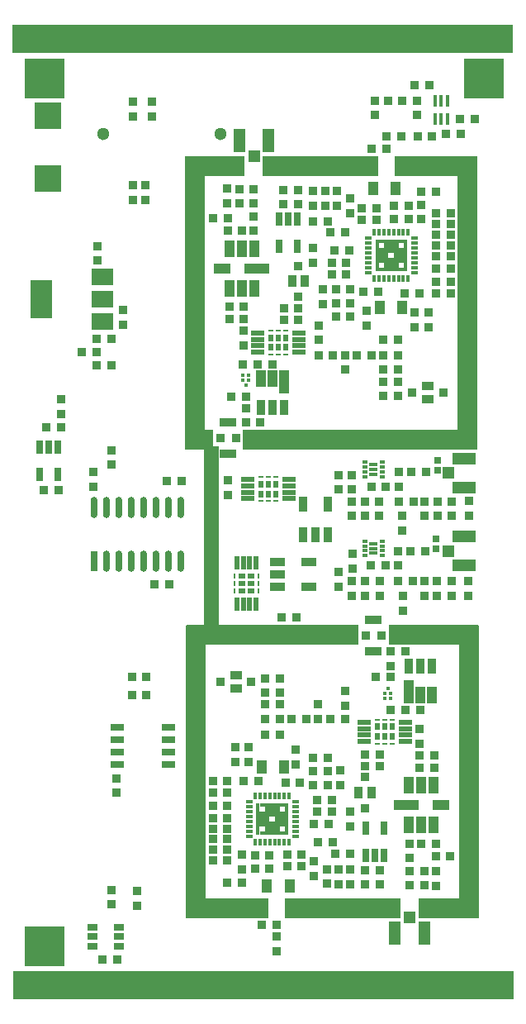
<source format=gts>
%FSLAX43Y43*%
%MOMM*%
G71*
G01*
G75*
G04 Layer_Color=8388736*
%ADD10R,1.000X0.700*%
%ADD11R,0.700X0.800*%
%ADD12R,0.700X1.000*%
%ADD13R,0.800X0.700*%
%ADD14R,0.700X0.800*%
%ADD15R,1.600X0.800*%
%ADD16R,0.800X0.800*%
%ADD17R,0.800X0.800*%
%ADD18R,0.450X0.250*%
%ADD19R,0.800X2.000*%
%ADD20R,1.500X0.760*%
%ADD21R,0.400X1.200*%
%ADD22R,2.600X1.900*%
%ADD23R,0.760X1.500*%
%ADD24R,1.200X0.400*%
%ADD25R,1.900X2.600*%
%ADD26R,0.600X2.000*%
%ADD27O,0.600X2.000*%
%ADD28R,2.600X2.600*%
%ADD29R,2.000X1.500*%
%ADD30R,2.000X1.500*%
%ADD31R,2.000X3.800*%
%ADD32R,0.600X1.270*%
%ADD33R,0.350X0.900*%
%ADD34R,1.000X0.700*%
%ADD35R,1.000X0.700*%
%ADD36R,1.100X2.200*%
%ADD37R,1.000X1.050*%
%ADD38R,2.200X1.100*%
%ADD39R,1.050X1.000*%
%ADD40R,0.840X1.600*%
%ADD41R,2.400X0.840*%
%ADD42R,1.600X0.840*%
%ADD43R,0.800X1.500*%
%ADD44R,0.800X2.250*%
%ADD45R,0.350X0.280*%
G04:AMPARAMS|DCode=46|XSize=0.3mm|YSize=0.65mm|CornerRadius=0.075mm|HoleSize=0mm|Usage=FLASHONLY|Rotation=0.000|XOffset=0mm|YOffset=0mm|HoleType=Round|Shape=RoundedRectangle|*
%AMROUNDEDRECTD46*
21,1,0.300,0.500,0,0,0.0*
21,1,0.150,0.650,0,0,0.0*
1,1,0.150,0.075,-0.250*
1,1,0.150,-0.075,-0.250*
1,1,0.150,-0.075,0.250*
1,1,0.150,0.075,0.250*
%
%ADD46ROUNDEDRECTD46*%
G04:AMPARAMS|DCode=47|XSize=0.3mm|YSize=0.65mm|CornerRadius=0.075mm|HoleSize=0mm|Usage=FLASHONLY|Rotation=270.000|XOffset=0mm|YOffset=0mm|HoleType=Round|Shape=RoundedRectangle|*
%AMROUNDEDRECTD47*
21,1,0.300,0.500,0,0,270.0*
21,1,0.150,0.650,0,0,270.0*
1,1,0.150,-0.250,-0.075*
1,1,0.150,-0.250,0.075*
1,1,0.150,0.250,0.075*
1,1,0.150,0.250,-0.075*
%
%ADD47ROUNDEDRECTD47*%
%ADD48R,3.300X3.300*%
%ADD49R,0.500X0.500*%
%ADD50R,1.270X0.640*%
%ADD51R,0.900X1.300*%
%ADD52C,0.750*%
%ADD53C,0.500*%
%ADD54C,0.250*%
%ADD55C,0.350*%
%ADD56C,0.965*%
%ADD57C,0.900*%
%ADD58C,0.700*%
%ADD59C,0.200*%
%ADD60C,0.300*%
%ADD61R,11.925X2.000*%
%ADD62R,6.200X2.000*%
%ADD63R,9.650X1.875*%
%ADD64R,2.000X30.000*%
%ADD65R,8.425X2.000*%
%ADD66R,18.025X2.000*%
%ADD67R,3.400X2.000*%
%ADD68R,24.500X1.950*%
%ADD69C,1.000*%
%ADD70R,4.000X4.000*%
%ADD71R,4.000X4.000*%
%ADD72C,0.500*%
%ADD73C,0.900*%
%ADD74C,0.700*%
%ADD75C,1.016*%
%ADD76C,1.900*%
G04:AMPARAMS|DCode=77|XSize=4.3mm|YSize=4.3mm|CornerRadius=0mm|HoleSize=0mm|Usage=FLASHONLY|Rotation=0.000|XOffset=0mm|YOffset=0mm|HoleType=Round|Shape=Relief|Width=0.5mm|Gap=0.25mm|Entries=4|*
%AMTHD77*
7,0,0,4.300,3.800,0.500,45*
%
%ADD77THD77*%
G04:AMPARAMS|DCode=78|XSize=1.754mm|YSize=1.754mm|CornerRadius=0mm|HoleSize=0mm|Usage=FLASHONLY|Rotation=0.000|XOffset=0mm|YOffset=0mm|HoleType=Round|Shape=Relief|Width=0.5mm|Gap=0.25mm|Entries=4|*
%AMTHD78*
7,0,0,1.754,1.254,0.500,45*
%
%ADD78THD78*%
%ADD79C,1.100*%
%ADD80C,0.345*%
%ADD81R,1.000X2.540*%
%ADD82C,0.600*%
%ADD83C,0.203*%
%ADD84C,0.100*%
%ADD85C,0.254*%
%ADD86C,0.152*%
%ADD87C,0.150*%
%ADD88R,0.560X0.210*%
%ADD89R,0.150X0.400*%
%ADD90R,0.150X0.500*%
%ADD91R,0.700X0.500*%
%ADD92R,0.700X0.400*%
%ADD93R,0.400X0.150*%
%ADD94R,0.500X0.150*%
%ADD95R,0.500X0.700*%
%ADD96R,0.400X0.700*%
%ADD97R,0.500X0.150*%
%ADD98R,0.350X1.300*%
%ADD99R,0.300X2.575*%
%ADD100R,0.325X1.400*%
%ADD101R,0.275X0.325*%
%ADD102R,2.575X0.300*%
%ADD103R,1.400X0.325*%
%ADD104R,0.250X0.325*%
%ADD105R,0.350X1.300*%
%ADD106R,0.410X0.210*%
%ADD107R,0.900X0.300*%
%ADD108R,1.494X18.900*%
%ADD109R,51.325X2.938*%
%ADD110R,51.345X2.950*%
%ADD111R,0.250X0.500*%
%ADD112R,0.800X0.500*%
%ADD113R,0.800X0.600*%
%ADD114R,0.250X0.600*%
%ADD115R,0.500X0.250*%
%ADD116R,0.500X0.800*%
%ADD117R,0.500X0.800*%
%ADD118R,0.600X0.800*%
%ADD119R,0.600X0.250*%
%ADD120R,2.200X4.000*%
%ADD121R,2.200X1.700*%
%ADD122R,2.200X1.700*%
%ADD123R,0.450X1.200*%
%ADD124R,0.450X1.200*%
%ADD125R,1.075X1.500*%
%ADD126R,0.400X3.300*%
%ADD127R,2.500X0.400*%
%ADD128R,1.500X1.075*%
%ADD129R,2.000X30.000*%
%ADD130R,24.075X2.000*%
%ADD131R,2.975X2.000*%
%ADD132R,9.200X2.000*%
%ADD133R,17.700X2.000*%
%ADD134R,1.150X0.850*%
%ADD135R,0.850X0.950*%
%ADD136R,0.850X1.150*%
%ADD137R,0.950X0.850*%
%ADD138R,0.850X0.950*%
%ADD139R,1.750X0.950*%
%ADD140R,0.950X0.950*%
%ADD141R,0.950X0.950*%
%ADD142R,0.600X0.400*%
%ADD143R,1.650X0.910*%
%ADD144R,0.550X1.350*%
%ADD145R,0.910X1.650*%
%ADD146R,1.350X0.550*%
%ADD147R,0.750X2.150*%
%ADD148O,0.750X2.150*%
%ADD149R,2.750X2.750*%
%ADD150R,2.150X1.650*%
%ADD151R,2.150X1.650*%
%ADD152R,2.150X3.950*%
%ADD153R,0.750X1.420*%
%ADD154R,1.100X0.800*%
%ADD155R,1.100X0.800*%
%ADD156R,1.250X2.350*%
%ADD157R,1.150X1.200*%
%ADD158R,2.350X1.250*%
%ADD159R,1.200X1.150*%
%ADD160R,0.990X1.750*%
%ADD161R,2.600X1.040*%
%ADD162R,1.040X1.800*%
%ADD163R,1.800X1.040*%
%ADD164R,1.000X1.700*%
%ADD165R,1.000X2.450*%
%ADD166R,0.950X1.650*%
%ADD167R,0.450X0.380*%
G04:AMPARAMS|DCode=168|XSize=0.4mm|YSize=0.75mm|CornerRadius=0.125mm|HoleSize=0mm|Usage=FLASHONLY|Rotation=0.000|XOffset=0mm|YOffset=0mm|HoleType=Round|Shape=RoundedRectangle|*
%AMROUNDEDRECTD168*
21,1,0.400,0.500,0,0,0.0*
21,1,0.150,0.750,0,0,0.0*
1,1,0.250,0.075,-0.250*
1,1,0.250,-0.075,-0.250*
1,1,0.250,-0.075,0.250*
1,1,0.250,0.075,0.250*
%
%ADD168ROUNDEDRECTD168*%
G04:AMPARAMS|DCode=169|XSize=0.4mm|YSize=0.75mm|CornerRadius=0.125mm|HoleSize=0mm|Usage=FLASHONLY|Rotation=270.000|XOffset=0mm|YOffset=0mm|HoleType=Round|Shape=RoundedRectangle|*
%AMROUNDEDRECTD169*
21,1,0.400,0.500,0,0,270.0*
21,1,0.150,0.750,0,0,270.0*
1,1,0.250,-0.250,-0.075*
1,1,0.250,-0.250,0.075*
1,1,0.250,0.250,0.075*
1,1,0.250,0.250,-0.075*
%
%ADD169ROUNDEDRECTD169*%
%ADD170R,0.650X0.650*%
%ADD171R,1.420X0.790*%
%ADD172R,1.050X1.450*%
%ADD173C,1.300*%
%ADD174R,4.150X4.150*%
%ADD175R,4.150X4.150*%
G54D61*
X185262Y161950D02*
D03*
X187538Y85900D02*
D03*
G54D62*
X174450Y161950D02*
D03*
X198350Y85900D02*
D03*
G54D64*
X172350Y147950D02*
D03*
X200450Y99900D02*
D03*
G54D65*
X197137Y161950D02*
D03*
X175662Y85900D02*
D03*
G54D107*
X190700Y122775D02*
D03*
Y122275D02*
D03*
Y123275D02*
D03*
Y130850D02*
D03*
Y130350D02*
D03*
Y131350D02*
D03*
G54D108*
X174053Y123875D02*
D03*
G54D109*
X179362Y78019D02*
D03*
G54D110*
X179352Y174975D02*
D03*
G54D111*
X176450Y119950D02*
D03*
X178900D02*
D03*
X176450Y118450D02*
D03*
X178900D02*
D03*
G54D112*
X177175Y119950D02*
D03*
X178175D02*
D03*
X177175Y118450D02*
D03*
X178175D02*
D03*
G54D113*
X177175Y119201D02*
D03*
X178175Y119199D02*
D03*
G54D114*
X176450D02*
D03*
X178900Y119201D02*
D03*
G54D115*
X180675Y130075D02*
D03*
Y127625D02*
D03*
X179175Y130075D02*
D03*
Y127625D02*
D03*
X180175Y142630D02*
D03*
Y145080D02*
D03*
X181675Y142630D02*
D03*
Y145080D02*
D03*
X192625Y105220D02*
D03*
Y102770D02*
D03*
X191125Y105220D02*
D03*
Y102770D02*
D03*
G54D116*
X180675Y129350D02*
D03*
Y128350D02*
D03*
X179175Y129350D02*
D03*
X180175Y143355D02*
D03*
X181675D02*
D03*
Y144355D02*
D03*
X192625Y104495D02*
D03*
Y103495D02*
D03*
X191125Y104495D02*
D03*
G54D117*
X179175Y128350D02*
D03*
X180175Y144355D02*
D03*
X191125Y103495D02*
D03*
G54D118*
X179926Y129350D02*
D03*
X179924Y128350D02*
D03*
X180925Y143355D02*
D03*
X180925Y144355D02*
D03*
X191876Y104495D02*
D03*
X191874Y103495D02*
D03*
G54D119*
X179924Y130075D02*
D03*
X179926Y127625D02*
D03*
X180925Y142630D02*
D03*
X180925Y145080D02*
D03*
X191874Y105220D02*
D03*
X191876Y102770D02*
D03*
G54D120*
X156625Y148303D02*
D03*
G54D121*
X162925Y146003D02*
D03*
Y150603D02*
D03*
G54D122*
Y148303D02*
D03*
G54D123*
X196975Y168625D02*
D03*
X198275Y168625D02*
D03*
X198275Y166725D02*
D03*
X196975Y166725D02*
D03*
G54D124*
X197625Y168625D02*
D03*
X197625Y166725D02*
D03*
G54D125*
X193288Y152805D02*
D03*
X191713D02*
D03*
X179512Y95045D02*
D03*
X181087D02*
D03*
G54D126*
X193951Y152805D02*
D03*
X191051D02*
D03*
X178850Y95045D02*
D03*
X181750D02*
D03*
G54D127*
X192501Y151355D02*
D03*
Y154255D02*
D03*
X180300Y96495D02*
D03*
Y93595D02*
D03*
G54D128*
X192501Y153593D02*
D03*
Y152018D02*
D03*
X180300Y94257D02*
D03*
Y95832D02*
D03*
G54D129*
X200350Y147950D02*
D03*
X172450Y99900D02*
D03*
G54D130*
X189312Y133950D02*
D03*
G54D131*
X172837Y133950D02*
D03*
G54D132*
X196850Y113900D02*
D03*
G54D133*
X180300Y113900D02*
D03*
G54D134*
X176575Y108450D02*
D03*
Y109750D02*
D03*
X196225Y138100D02*
D03*
Y139400D02*
D03*
G54D135*
X174975Y109100D02*
D03*
X178175D02*
D03*
X194625Y138750D02*
D03*
X197825D02*
D03*
G54D136*
X189175Y97725D02*
D03*
X190475D02*
D03*
X182325Y150125D02*
D03*
X183625D02*
D03*
G54D137*
X189825Y99325D02*
D03*
Y96125D02*
D03*
X182975Y151725D02*
D03*
Y148525D02*
D03*
G54D138*
X191475Y113825D02*
D03*
X189875D02*
D03*
X176600Y134050D02*
D03*
X175000D02*
D03*
G54D139*
X190675Y112225D02*
D03*
Y115425D02*
D03*
X175800Y132450D02*
D03*
Y135650D02*
D03*
G54D140*
X163800Y131350D02*
D03*
Y132850D02*
D03*
X188275Y89900D02*
D03*
Y88400D02*
D03*
X184525Y157900D02*
D03*
Y159400D02*
D03*
X187800Y142570D02*
D03*
Y141070D02*
D03*
X187150Y120375D02*
D03*
Y118875D02*
D03*
X188525Y122200D02*
D03*
Y120700D02*
D03*
X188505Y117905D02*
D03*
Y119405D02*
D03*
X193225Y122500D02*
D03*
Y121000D02*
D03*
X193670Y126095D02*
D03*
Y124595D02*
D03*
X200425Y117925D02*
D03*
Y119425D02*
D03*
X191305Y117905D02*
D03*
Y119405D02*
D03*
X195880Y117905D02*
D03*
Y119405D02*
D03*
X189805Y117905D02*
D03*
Y119405D02*
D03*
X188500Y130300D02*
D03*
Y128800D02*
D03*
Y126100D02*
D03*
Y127600D02*
D03*
X193254Y130598D02*
D03*
Y129098D02*
D03*
X200500Y126125D02*
D03*
Y127625D02*
D03*
X191250Y126100D02*
D03*
Y127600D02*
D03*
X195954Y126098D02*
D03*
Y127598D02*
D03*
X189800Y126100D02*
D03*
Y127600D02*
D03*
X162000Y129100D02*
D03*
Y130600D02*
D03*
X165025Y147200D02*
D03*
Y145700D02*
D03*
X162400Y152250D02*
D03*
Y153750D02*
D03*
X158682Y136532D02*
D03*
Y138032D02*
D03*
X190800Y168650D02*
D03*
Y167150D02*
D03*
X195125D02*
D03*
Y168650D02*
D03*
X163800Y86300D02*
D03*
Y87800D02*
D03*
X166475Y86175D02*
D03*
Y87675D02*
D03*
X168000Y168500D02*
D03*
Y167000D02*
D03*
X167325Y158450D02*
D03*
Y159950D02*
D03*
X166000Y168500D02*
D03*
Y167000D02*
D03*
Y158450D02*
D03*
Y159950D02*
D03*
X175696Y159645D02*
D03*
Y158145D02*
D03*
X178425Y155305D02*
D03*
Y156805D02*
D03*
X177400Y145075D02*
D03*
Y143575D02*
D03*
X185050Y145630D02*
D03*
Y144130D02*
D03*
X177600Y135650D02*
D03*
Y137150D02*
D03*
X193200Y139870D02*
D03*
Y138370D02*
D03*
X191700D02*
D03*
Y139870D02*
D03*
Y141070D02*
D03*
Y142570D02*
D03*
X193200Y141070D02*
D03*
Y142570D02*
D03*
X190025Y145625D02*
D03*
Y147125D02*
D03*
X194900Y145450D02*
D03*
Y146950D02*
D03*
X185525Y147830D02*
D03*
Y149330D02*
D03*
X188275Y157150D02*
D03*
Y158650D02*
D03*
X195600Y156480D02*
D03*
Y157980D02*
D03*
X197104Y88205D02*
D03*
Y89705D02*
D03*
X194375Y92545D02*
D03*
Y91045D02*
D03*
X195400Y102775D02*
D03*
Y104275D02*
D03*
X187775Y108150D02*
D03*
Y106650D02*
D03*
X185000Y106780D02*
D03*
Y105280D02*
D03*
X192425Y112225D02*
D03*
Y110725D02*
D03*
X179600Y107980D02*
D03*
Y109480D02*
D03*
X181100D02*
D03*
Y107980D02*
D03*
Y106780D02*
D03*
Y105280D02*
D03*
X179600Y106780D02*
D03*
Y105280D02*
D03*
X182700Y102175D02*
D03*
Y100675D02*
D03*
X177900Y102400D02*
D03*
Y100900D02*
D03*
X187275Y100020D02*
D03*
Y98520D02*
D03*
X184575Y90700D02*
D03*
Y89200D02*
D03*
X177200Y91370D02*
D03*
Y89870D02*
D03*
X175775Y128225D02*
D03*
Y129725D02*
D03*
X187150Y130300D02*
D03*
Y128800D02*
D03*
X193700Y117900D02*
D03*
Y116400D02*
D03*
X164375Y99225D02*
D03*
Y97725D02*
D03*
X184475Y153550D02*
D03*
Y152050D02*
D03*
X188325Y94300D02*
D03*
Y95800D02*
D03*
X196300Y146950D02*
D03*
Y145450D02*
D03*
X176500Y100900D02*
D03*
Y102400D02*
D03*
X185725Y159400D02*
D03*
Y157900D02*
D03*
X186900Y159375D02*
D03*
Y157875D02*
D03*
X187075Y88400D02*
D03*
Y89900D02*
D03*
X185900Y88425D02*
D03*
Y89925D02*
D03*
X180775Y81525D02*
D03*
Y83025D02*
D03*
G54D141*
X194779Y127598D02*
D03*
X193279D02*
D03*
X194725Y119400D02*
D03*
X193225D02*
D03*
X192425Y109600D02*
D03*
X190925D02*
D03*
X177600Y138325D02*
D03*
X176100D02*
D03*
X195980Y122505D02*
D03*
X194480D02*
D03*
X190425Y121000D02*
D03*
X191925D02*
D03*
X197175Y117900D02*
D03*
X198675D02*
D03*
Y119400D02*
D03*
X197175D02*
D03*
X196054Y130598D02*
D03*
X194554D02*
D03*
X190454Y129098D02*
D03*
X191954D02*
D03*
X198750Y127600D02*
D03*
X197250D02*
D03*
Y126100D02*
D03*
X198750D02*
D03*
X169500Y129700D02*
D03*
X171000D02*
D03*
X169725Y119100D02*
D03*
X168225D02*
D03*
X162325Y141525D02*
D03*
X163825D02*
D03*
X162300Y144225D02*
D03*
X163800D02*
D03*
X160800Y142900D02*
D03*
X162300D02*
D03*
X158376Y128706D02*
D03*
X156876D02*
D03*
X158676Y135156D02*
D03*
X157176D02*
D03*
X196400Y170225D02*
D03*
X194900D02*
D03*
X201075Y166725D02*
D03*
X199575D02*
D03*
X193650Y168650D02*
D03*
X192150D02*
D03*
X195200Y164975D02*
D03*
X196700D02*
D03*
X164400Y80675D02*
D03*
X162900D02*
D03*
X167400Y109600D02*
D03*
X165900D02*
D03*
X167400Y107725D02*
D03*
X165900D02*
D03*
X176925Y159600D02*
D03*
X178425D02*
D03*
X175725Y156580D02*
D03*
X174225D02*
D03*
X175900Y147575D02*
D03*
X177400D02*
D03*
X178425Y158150D02*
D03*
X176925D02*
D03*
X177225Y155305D02*
D03*
X175725D02*
D03*
X177400Y146275D02*
D03*
X175900D02*
D03*
X181500Y147380D02*
D03*
X183000D02*
D03*
X181500Y146205D02*
D03*
X183000D02*
D03*
X177600Y135650D02*
D03*
X179100D02*
D03*
X178825Y141630D02*
D03*
X180325D02*
D03*
X186550Y142575D02*
D03*
X185050D02*
D03*
X177325Y141630D02*
D03*
X178825D02*
D03*
X189000Y142570D02*
D03*
X190500D02*
D03*
X191700Y144175D02*
D03*
X193200D02*
D03*
X189650Y149075D02*
D03*
X191150D02*
D03*
X188325Y147855D02*
D03*
X186825D02*
D03*
X195400Y148875D02*
D03*
X193900D02*
D03*
X188325Y149355D02*
D03*
X186825D02*
D03*
X187900Y150880D02*
D03*
X186400D02*
D03*
X188325Y146555D02*
D03*
X186825D02*
D03*
X197100Y150075D02*
D03*
X198600D02*
D03*
X187900Y152055D02*
D03*
X186400D02*
D03*
X197100Y148875D02*
D03*
X198600D02*
D03*
Y151475D02*
D03*
X197100D02*
D03*
X186700Y153325D02*
D03*
X188200D02*
D03*
X184525Y156300D02*
D03*
X186025D02*
D03*
X197100Y152675D02*
D03*
X198600D02*
D03*
X187800Y155150D02*
D03*
X186300D02*
D03*
X198600Y153775D02*
D03*
X197100D02*
D03*
X198600Y154875D02*
D03*
X197100D02*
D03*
X189475Y156430D02*
D03*
X190975D02*
D03*
X194275Y156505D02*
D03*
X192775D02*
D03*
X189475Y157630D02*
D03*
X190975D02*
D03*
X194275Y157905D02*
D03*
X192775D02*
D03*
X195600Y159280D02*
D03*
X197100D02*
D03*
X193525Y165000D02*
D03*
X192025D02*
D03*
X192025Y163750D02*
D03*
X190525D02*
D03*
X195875Y88250D02*
D03*
X194375D02*
D03*
X197075Y91270D02*
D03*
X198575D02*
D03*
X196900Y100275D02*
D03*
X195400D02*
D03*
X194375Y89700D02*
D03*
X195875D02*
D03*
X195575Y92545D02*
D03*
X197075D02*
D03*
X195400Y101575D02*
D03*
X196900D02*
D03*
X191300Y100470D02*
D03*
X189800D02*
D03*
X191300Y101645D02*
D03*
X189800D02*
D03*
X192425Y112225D02*
D03*
X193925D02*
D03*
X193975Y106220D02*
D03*
X195475D02*
D03*
X186250Y105275D02*
D03*
X187750D02*
D03*
X192475Y106220D02*
D03*
X193975D02*
D03*
X183800Y105280D02*
D03*
X182300D02*
D03*
X181100Y103675D02*
D03*
X179600D02*
D03*
X183150Y98775D02*
D03*
X181650D02*
D03*
X184475Y99995D02*
D03*
X185975D02*
D03*
X177400Y98975D02*
D03*
X178900D02*
D03*
X184475Y98495D02*
D03*
X185975D02*
D03*
X184900Y96970D02*
D03*
X186400D02*
D03*
X184475Y101295D02*
D03*
X185975D02*
D03*
X175700Y97775D02*
D03*
X174200D02*
D03*
X184900Y95795D02*
D03*
X186400D02*
D03*
X175700Y98975D02*
D03*
X174200D02*
D03*
Y96375D02*
D03*
X175700D02*
D03*
X186100Y94525D02*
D03*
X184600D02*
D03*
X188275Y91500D02*
D03*
X186775D02*
D03*
X175700Y95175D02*
D03*
X174200D02*
D03*
X185025Y92700D02*
D03*
X186525D02*
D03*
X174200Y94075D02*
D03*
X175700D02*
D03*
X174200Y92975D02*
D03*
X175700D02*
D03*
X183325Y91420D02*
D03*
X181825D02*
D03*
X178525Y91345D02*
D03*
X180025D02*
D03*
X183325Y90220D02*
D03*
X181825D02*
D03*
X178525Y89945D02*
D03*
X180025D02*
D03*
X177200Y88570D02*
D03*
X175700D02*
D03*
X180775Y84225D02*
D03*
X179275D02*
D03*
X198600Y155975D02*
D03*
X197100D02*
D03*
X198600Y157075D02*
D03*
X197100D02*
D03*
X174200Y91875D02*
D03*
X175700D02*
D03*
X174200Y90775D02*
D03*
X175700D02*
D03*
X181275Y115675D02*
D03*
X182775D02*
D03*
X198150Y165225D02*
D03*
X199650D02*
D03*
X182975Y158034D02*
D03*
X181475D02*
D03*
X182975Y159475D02*
D03*
X181475D02*
D03*
X189825Y89816D02*
D03*
X191325D02*
D03*
X189825Y88375D02*
D03*
X191325D02*
D03*
G54D142*
X189825Y122025D02*
D03*
Y122525D02*
D03*
Y123025D02*
D03*
Y123525D02*
D03*
X191575D02*
D03*
Y123025D02*
D03*
Y122525D02*
D03*
Y122025D02*
D03*
X189825Y130100D02*
D03*
Y130600D02*
D03*
Y131100D02*
D03*
Y131600D02*
D03*
X191575D02*
D03*
Y131100D02*
D03*
Y130600D02*
D03*
Y130100D02*
D03*
G54D143*
X184025Y118880D02*
D03*
Y121420D02*
D03*
X180875D02*
D03*
Y120150D02*
D03*
Y118880D02*
D03*
G54D144*
X176700Y117100D02*
D03*
X177350D02*
D03*
X178000D02*
D03*
X178650D02*
D03*
Y121300D02*
D03*
X178000D02*
D03*
X177350Y121310D02*
D03*
X176700Y121300D02*
D03*
G54D145*
X185995Y127325D02*
D03*
X183455D02*
D03*
Y124175D02*
D03*
X184725D02*
D03*
X185995D02*
D03*
G54D146*
X177825Y129825D02*
D03*
Y129175D02*
D03*
Y128525D02*
D03*
Y127875D02*
D03*
X182025D02*
D03*
Y128525D02*
D03*
X182035Y129175D02*
D03*
X182025Y129825D02*
D03*
X183025Y142880D02*
D03*
Y143530D02*
D03*
Y144180D02*
D03*
Y144830D02*
D03*
X178825D02*
D03*
Y144180D02*
D03*
X178815Y143530D02*
D03*
X178825Y142880D02*
D03*
X189775Y104970D02*
D03*
Y104320D02*
D03*
Y103670D02*
D03*
Y103020D02*
D03*
X193975D02*
D03*
Y103670D02*
D03*
X193985Y104320D02*
D03*
X193975Y104970D02*
D03*
G54D147*
X162005Y121450D02*
D03*
G54D148*
X163275D02*
D03*
X164545D02*
D03*
X165815D02*
D03*
X167085D02*
D03*
X168355D02*
D03*
X169625D02*
D03*
X170895D02*
D03*
X162005Y126950D02*
D03*
X163275D02*
D03*
X164545D02*
D03*
X165815D02*
D03*
X167085D02*
D03*
X168355D02*
D03*
X169625D02*
D03*
X170895D02*
D03*
G54D149*
X157300Y167100D02*
D03*
Y160700D02*
D03*
G54D150*
X162925Y146000D02*
D03*
Y150600D02*
D03*
G54D151*
Y148300D02*
D03*
G54D152*
X156625D02*
D03*
G54D153*
X156450Y133166D02*
D03*
X158350D02*
D03*
Y130372D02*
D03*
X157400Y133166D02*
D03*
X156450Y130372D02*
D03*
X180999Y156485D02*
D03*
X182899D02*
D03*
Y153691D02*
D03*
X181949Y156485D02*
D03*
X180999Y153691D02*
D03*
X191801Y91365D02*
D03*
X189901D02*
D03*
Y94159D02*
D03*
X190851Y91365D02*
D03*
X191801Y94159D02*
D03*
G54D154*
X161850Y83950D02*
D03*
Y82050D02*
D03*
X164550D02*
D03*
Y83950D02*
D03*
G54D155*
X161850Y83000D02*
D03*
X164550D02*
D03*
G54D156*
X179950Y164575D02*
D03*
X176950D02*
D03*
X192900Y83350D02*
D03*
X195900D02*
D03*
G54D157*
X178450Y162975D02*
D03*
X194400Y84950D02*
D03*
G54D158*
X200000Y129000D02*
D03*
Y132000D02*
D03*
Y121000D02*
D03*
Y124000D02*
D03*
G54D159*
X198400Y130500D02*
D03*
Y122500D02*
D03*
G54D160*
X178440Y153439D02*
D03*
X177170D02*
D03*
X175900D02*
D03*
X194330Y94418D02*
D03*
X195600D02*
D03*
X196870D02*
D03*
G54D161*
X178694Y151407D02*
D03*
X194076Y96450D02*
D03*
G54D162*
X177170Y149375D02*
D03*
X178440D02*
D03*
X175900D02*
D03*
X195600Y98482D02*
D03*
X194330D02*
D03*
X196870D02*
D03*
G54D163*
X175138Y151407D02*
D03*
X197632Y96450D02*
D03*
G54D164*
X179125Y140200D02*
D03*
X180325D02*
D03*
X196675Y107750D02*
D03*
X195475D02*
D03*
G54D165*
X181525Y139825D02*
D03*
X194275Y108125D02*
D03*
G54D166*
X181525Y137200D02*
D03*
X180325D02*
D03*
X179125D02*
D03*
X194275Y110750D02*
D03*
X195475D02*
D03*
X196675D02*
D03*
G54D167*
X177900Y140000D02*
D03*
X177325D02*
D03*
Y140500D02*
D03*
X177900D02*
D03*
X177613Y139500D02*
D03*
X191887Y107950D02*
D03*
X192462D02*
D03*
Y107450D02*
D03*
X191887D02*
D03*
X192175Y108450D02*
D03*
G54D168*
X190750Y155180D02*
D03*
X194250D02*
D03*
X190750Y150430D02*
D03*
X194250D02*
D03*
X191250Y155180D02*
D03*
X191750D02*
D03*
X192250D02*
D03*
X192750D02*
D03*
X193250D02*
D03*
X193750D02*
D03*
Y150430D02*
D03*
X193250D02*
D03*
X192750D02*
D03*
X192250D02*
D03*
X191750D02*
D03*
X191250D02*
D03*
X182050Y92670D02*
D03*
X178550D02*
D03*
X182050Y97420D02*
D03*
X178550D02*
D03*
X181550Y92670D02*
D03*
X181050D02*
D03*
X180550D02*
D03*
X180050D02*
D03*
X179550D02*
D03*
X179050D02*
D03*
Y97420D02*
D03*
X179550D02*
D03*
X180050D02*
D03*
X180550D02*
D03*
X181050D02*
D03*
X181550D02*
D03*
G54D169*
X194875Y151055D02*
D03*
Y154555D02*
D03*
X190125Y151055D02*
D03*
Y151555D02*
D03*
Y154555D02*
D03*
Y154055D02*
D03*
Y153555D02*
D03*
Y153055D02*
D03*
Y152555D02*
D03*
Y152055D02*
D03*
X194875Y154055D02*
D03*
Y153555D02*
D03*
Y153055D02*
D03*
Y152555D02*
D03*
Y152055D02*
D03*
Y151555D02*
D03*
X177925Y96795D02*
D03*
Y93295D02*
D03*
X182675Y96795D02*
D03*
Y96295D02*
D03*
Y93295D02*
D03*
Y93795D02*
D03*
Y94295D02*
D03*
Y94795D02*
D03*
Y95295D02*
D03*
Y95795D02*
D03*
X177925Y93795D02*
D03*
Y94295D02*
D03*
Y94795D02*
D03*
Y95295D02*
D03*
Y95795D02*
D03*
Y96295D02*
D03*
G54D170*
X197254Y130798D02*
D03*
Y131798D02*
D03*
X197130Y122730D02*
D03*
Y123730D02*
D03*
G54D171*
X169630Y100670D02*
D03*
Y101940D02*
D03*
Y103210D02*
D03*
Y104480D02*
D03*
X164420Y100670D02*
D03*
Y101940D02*
D03*
Y103210D02*
D03*
Y104480D02*
D03*
G54D172*
X191300Y147475D02*
D03*
X193600D02*
D03*
X181500Y100375D02*
D03*
X179200D02*
D03*
X190675Y159675D02*
D03*
X192975D02*
D03*
X182075Y88175D02*
D03*
X179775D02*
D03*
G54D173*
X175000Y165200D02*
D03*
X163000D02*
D03*
G54D174*
X157000Y170950D02*
D03*
X202000D02*
D03*
G54D175*
X157000Y82050D02*
D03*
M02*

</source>
